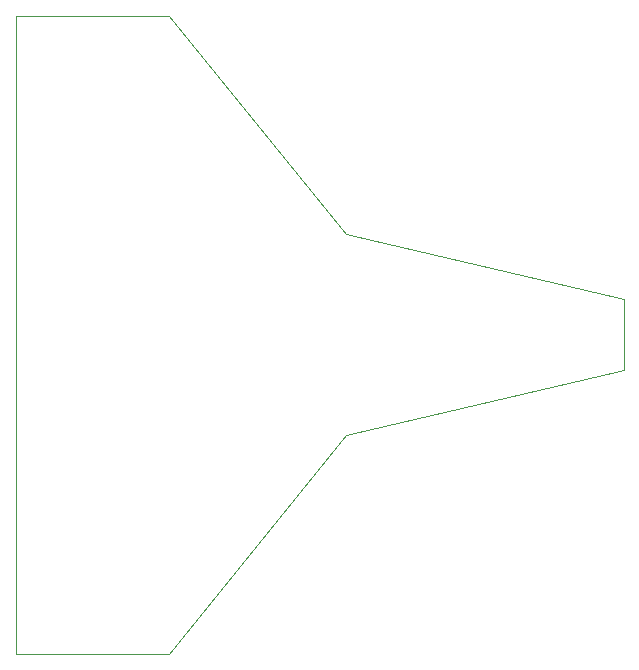
<source format=gbr>
%TF.GenerationSoftware,KiCad,Pcbnew,8.0.3*%
%TF.CreationDate,2025-04-21T22:39:19+02:00*%
%TF.ProjectId,claws,636c6177-732e-46b6-9963-61645f706362,rev?*%
%TF.SameCoordinates,Original*%
%TF.FileFunction,Profile,NP*%
%FSLAX46Y46*%
G04 Gerber Fmt 4.6, Leading zero omitted, Abs format (unit mm)*
G04 Created by KiCad (PCBNEW 8.0.3) date 2025-04-21 22:39:19*
%MOMM*%
%LPD*%
G01*
G04 APERTURE LIST*
%TA.AperFunction,Profile*%
%ADD10C,0.050000*%
%TD*%
G04 APERTURE END LIST*
D10*
X86000000Y-107000000D02*
X62500000Y-101500000D01*
X62500000Y-101500000D02*
X47500000Y-83000000D01*
X47500000Y-137000000D02*
X62500000Y-118500000D01*
X47500000Y-83000000D02*
X34500000Y-83000000D01*
X86000000Y-113000000D02*
X86000000Y-107000000D01*
X34500000Y-137000000D02*
X47500000Y-137000000D01*
X62500000Y-118500000D02*
X86000000Y-113000000D01*
X34500000Y-83000000D02*
X34500000Y-137000000D01*
M02*

</source>
